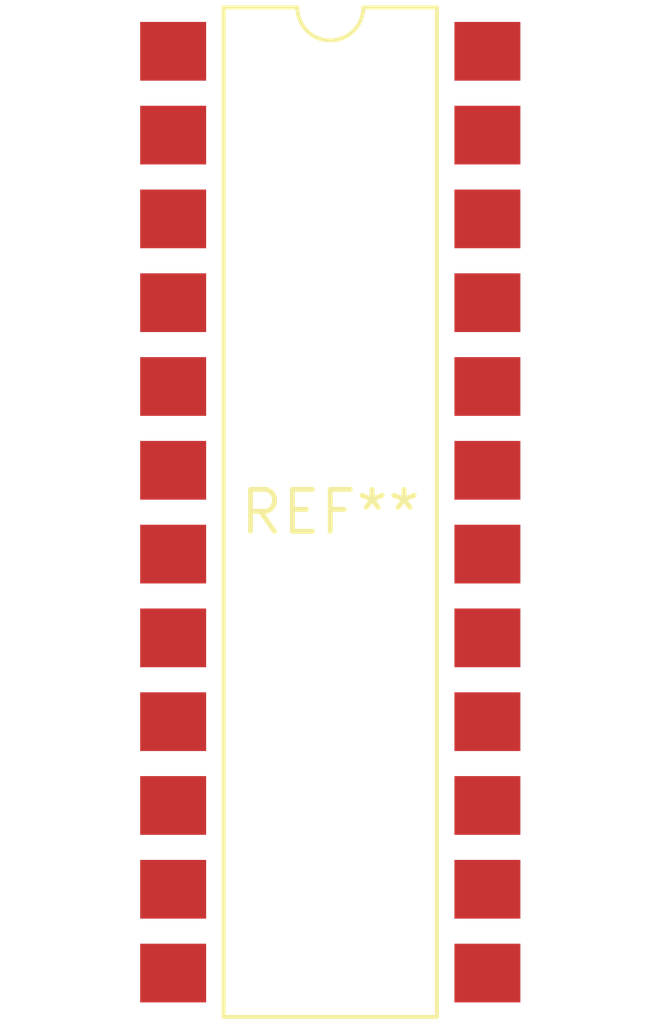
<source format=kicad_pcb>
(kicad_pcb (version 20240108) (generator pcbnew)
  (layers (0 "F.Cu" signal) (31 "B.Cu" signal) (34 "B.Paste" user) (35 "F.Paste" user) (36 "B.SilkS" user "B.Silkscreen") (37 "F.SilkS" user "F.Silkscreen") (38 "B.Mask" user) (39 "F.Mask" user) (44 "Edge.Cuts" user))
  (net 0 "")
  (footprint "SMDIP-24_W9.53mm" (layer "F.Cu") (at 0 0)
    (property "Reference" "REF**")
    (property "Value" "SMDIP-24_W9.53mm")
    (fp_line (start -3.235 -15.3) (end -3.235 15.3) (layer "F.SilkS") (stroke (width 0.12)))
    (fp_line (start -3.235 15.3) (end 3.235 15.3) (layer "F.SilkS") (stroke (width 0.12)))
    (fp_line (start -1 -15.3) (end -3.235 -15.3) (layer "F.SilkS") (stroke (width 0.12)))
    (fp_line (start 3.235 -15.3) (end 1 -15.3) (layer "F.SilkS") (stroke (width 0.12)))
    (fp_line (start 3.235 15.3) (end 3.235 -15.3) (layer "F.SilkS") (stroke (width 0.12)))
    (fp_arc (start 1 -15.3) (mid 0 -14.3) (end -1 -15.3) (layer "F.SilkS") (stroke (width 0.12)))
    (pad "1" smd rect (at -4.765 -13.97) (size 2 1.78) (layers "F.Cu" "F.Paste" "F.Mask"))
    (pad "2" smd rect (at -4.765 -11.43) (size 2 1.78) (layers "F.Cu" "F.Paste" "F.Mask"))
    (pad "3" smd rect (at -4.765 -8.89) (size 2 1.78) (layers "F.Cu" "F.Paste" "F.Mask"))
    (pad "4" smd rect (at -4.765 -6.35) (size 2 1.78) (layers "F.Cu" "F.Paste" "F.Mask"))
    (pad "5" smd rect (at -4.765 -3.81) (size 2 1.78) (layers "F.Cu" "F.Paste" "F.Mask"))
    (pad "6" smd rect (at -4.765 -1.27) (size 2 1.78) (layers "F.Cu" "F.Paste" "F.Mask"))
    (pad "7" smd rect (at -4.765 1.27) (size 2 1.78) (layers "F.Cu" "F.Paste" "F.Mask"))
    (pad "8" smd rect (at -4.765 3.81) (size 2 1.78) (layers "F.Cu" "F.Paste" "F.Mask"))
    (pad "9" smd rect (at -4.765 6.35) (size 2 1.78) (layers "F.Cu" "F.Paste" "F.Mask"))
    (pad "10" smd rect (at -4.765 8.89) (size 2 1.78) (layers "F.Cu" "F.Paste" "F.Mask"))
    (pad "11" smd rect (at -4.765 11.43) (size 2 1.78) (layers "F.Cu" "F.Paste" "F.Mask"))
    (pad "12" smd rect (at -4.765 13.97) (size 2 1.78) (layers "F.Cu" "F.Paste" "F.Mask"))
    (pad "13" smd rect (at 4.765 13.97) (size 2 1.78) (layers "F.Cu" "F.Paste" "F.Mask"))
    (pad "14" smd rect (at 4.765 11.43) (size 2 1.78) (layers "F.Cu" "F.Paste" "F.Mask"))
    (pad "15" smd rect (at 4.765 8.89) (size 2 1.78) (layers "F.Cu" "F.Paste" "F.Mask"))
    (pad "16" smd rect (at 4.765 6.35) (size 2 1.78) (layers "F.Cu" "F.Paste" "F.Mask"))
    (pad "17" smd rect (at 4.765 3.81) (size 2 1.78) (layers "F.Cu" "F.Paste" "F.Mask"))
    (pad "18" smd rect (at 4.765 1.27) (size 2 1.78) (layers "F.Cu" "F.Paste" "F.Mask"))
    (pad "19" smd rect (at 4.765 -1.27) (size 2 1.78) (layers "F.Cu" "F.Paste" "F.Mask"))
    (pad "20" smd rect (at 4.765 -3.81) (size 2 1.78) (layers "F.Cu" "F.Paste" "F.Mask"))
    (pad "21" smd rect (at 4.765 -6.35) (size 2 1.78) (layers "F.Cu" "F.Paste" "F.Mask"))
    (pad "22" smd rect (at 4.765 -8.89) (size 2 1.78) (layers "F.Cu" "F.Paste" "F.Mask"))
    (pad "23" smd rect (at 4.765 -11.43) (size 2 1.78) (layers "F.Cu" "F.Paste" "F.Mask"))
    (pad "24" smd rect (at 4.765 -13.97) (size 2 1.78) (layers "F.Cu" "F.Paste" "F.Mask"))
  )
)
</source>
